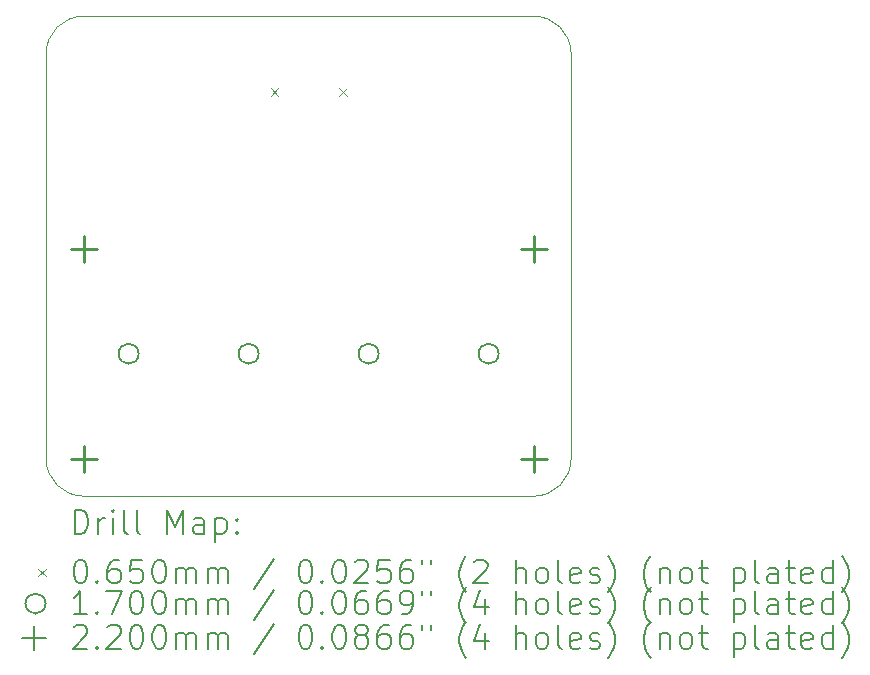
<source format=gbr>
%TF.GenerationSoftware,KiCad,Pcbnew,7.0.1*%
%TF.CreationDate,2023-05-12T00:48:10+01:00*%
%TF.ProjectId,MoonPad,4d6f6f6e-5061-4642-9e6b-696361645f70,rev?*%
%TF.SameCoordinates,Original*%
%TF.FileFunction,Drillmap*%
%TF.FilePolarity,Positive*%
%FSLAX45Y45*%
G04 Gerber Fmt 4.5, Leading zero omitted, Abs format (unit mm)*
G04 Created by KiCad (PCBNEW 7.0.1) date 2023-05-12 00:48:10*
%MOMM*%
%LPD*%
G01*
G04 APERTURE LIST*
%ADD10C,0.100000*%
%ADD11C,0.200000*%
%ADD12C,0.065000*%
%ADD13C,0.170000*%
%ADD14C,0.220000*%
G04 APERTURE END LIST*
D10*
X19685000Y-11747500D02*
G75*
G03*
X20002500Y-11430000I0J317500D01*
G01*
X15557500Y-8001000D02*
X15557500Y-11430000D01*
X15875000Y-11747500D02*
X19685000Y-11747500D01*
X15557500Y-11430000D02*
G75*
G03*
X15875000Y-11747500I317500J0D01*
G01*
X19685000Y-7683500D02*
X15875000Y-7683500D01*
X15875000Y-7683500D02*
G75*
G03*
X15557500Y-8001000I0J-317500D01*
G01*
X20002500Y-8001000D02*
G75*
G03*
X19685000Y-7683500I-317500J0D01*
G01*
X20002500Y-8001000D02*
X20002500Y-11430000D01*
D11*
D12*
X17458500Y-8292000D02*
X17523500Y-8357000D01*
X17523500Y-8292000D02*
X17458500Y-8357000D01*
X18036500Y-8292000D02*
X18101500Y-8357000D01*
X18101500Y-8292000D02*
X18036500Y-8357000D01*
D13*
X16341000Y-10541000D02*
G75*
G03*
X16341000Y-10541000I-85000J0D01*
G01*
X17357000Y-10541000D02*
G75*
G03*
X17357000Y-10541000I-85000J0D01*
G01*
X18373000Y-10541000D02*
G75*
G03*
X18373000Y-10541000I-85000J0D01*
G01*
X19389000Y-10541000D02*
G75*
G03*
X19389000Y-10541000I-85000J0D01*
G01*
D14*
X15875000Y-9542000D02*
X15875000Y-9762000D01*
X15765000Y-9652000D02*
X15985000Y-9652000D01*
X15875000Y-11320000D02*
X15875000Y-11540000D01*
X15765000Y-11430000D02*
X15985000Y-11430000D01*
X19685000Y-9542000D02*
X19685000Y-9762000D01*
X19575000Y-9652000D02*
X19795000Y-9652000D01*
X19685000Y-11320000D02*
X19685000Y-11540000D01*
X19575000Y-11430000D02*
X19795000Y-11430000D01*
D11*
X15800119Y-12065024D02*
X15800119Y-11865024D01*
X15800119Y-11865024D02*
X15847738Y-11865024D01*
X15847738Y-11865024D02*
X15876309Y-11874548D01*
X15876309Y-11874548D02*
X15895357Y-11893595D01*
X15895357Y-11893595D02*
X15904881Y-11912643D01*
X15904881Y-11912643D02*
X15914405Y-11950738D01*
X15914405Y-11950738D02*
X15914405Y-11979309D01*
X15914405Y-11979309D02*
X15904881Y-12017405D01*
X15904881Y-12017405D02*
X15895357Y-12036452D01*
X15895357Y-12036452D02*
X15876309Y-12055500D01*
X15876309Y-12055500D02*
X15847738Y-12065024D01*
X15847738Y-12065024D02*
X15800119Y-12065024D01*
X16000119Y-12065024D02*
X16000119Y-11931690D01*
X16000119Y-11969786D02*
X16009643Y-11950738D01*
X16009643Y-11950738D02*
X16019167Y-11941214D01*
X16019167Y-11941214D02*
X16038214Y-11931690D01*
X16038214Y-11931690D02*
X16057262Y-11931690D01*
X16123928Y-12065024D02*
X16123928Y-11931690D01*
X16123928Y-11865024D02*
X16114405Y-11874548D01*
X16114405Y-11874548D02*
X16123928Y-11884071D01*
X16123928Y-11884071D02*
X16133452Y-11874548D01*
X16133452Y-11874548D02*
X16123928Y-11865024D01*
X16123928Y-11865024D02*
X16123928Y-11884071D01*
X16247738Y-12065024D02*
X16228690Y-12055500D01*
X16228690Y-12055500D02*
X16219167Y-12036452D01*
X16219167Y-12036452D02*
X16219167Y-11865024D01*
X16352500Y-12065024D02*
X16333452Y-12055500D01*
X16333452Y-12055500D02*
X16323928Y-12036452D01*
X16323928Y-12036452D02*
X16323928Y-11865024D01*
X16581071Y-12065024D02*
X16581071Y-11865024D01*
X16581071Y-11865024D02*
X16647738Y-12007881D01*
X16647738Y-12007881D02*
X16714405Y-11865024D01*
X16714405Y-11865024D02*
X16714405Y-12065024D01*
X16895357Y-12065024D02*
X16895357Y-11960262D01*
X16895357Y-11960262D02*
X16885833Y-11941214D01*
X16885833Y-11941214D02*
X16866786Y-11931690D01*
X16866786Y-11931690D02*
X16828690Y-11931690D01*
X16828690Y-11931690D02*
X16809643Y-11941214D01*
X16895357Y-12055500D02*
X16876310Y-12065024D01*
X16876310Y-12065024D02*
X16828690Y-12065024D01*
X16828690Y-12065024D02*
X16809643Y-12055500D01*
X16809643Y-12055500D02*
X16800119Y-12036452D01*
X16800119Y-12036452D02*
X16800119Y-12017405D01*
X16800119Y-12017405D02*
X16809643Y-11998357D01*
X16809643Y-11998357D02*
X16828690Y-11988833D01*
X16828690Y-11988833D02*
X16876310Y-11988833D01*
X16876310Y-11988833D02*
X16895357Y-11979309D01*
X16990595Y-11931690D02*
X16990595Y-12131690D01*
X16990595Y-11941214D02*
X17009643Y-11931690D01*
X17009643Y-11931690D02*
X17047738Y-11931690D01*
X17047738Y-11931690D02*
X17066786Y-11941214D01*
X17066786Y-11941214D02*
X17076310Y-11950738D01*
X17076310Y-11950738D02*
X17085833Y-11969786D01*
X17085833Y-11969786D02*
X17085833Y-12026928D01*
X17085833Y-12026928D02*
X17076310Y-12045976D01*
X17076310Y-12045976D02*
X17066786Y-12055500D01*
X17066786Y-12055500D02*
X17047738Y-12065024D01*
X17047738Y-12065024D02*
X17009643Y-12065024D01*
X17009643Y-12065024D02*
X16990595Y-12055500D01*
X17171548Y-12045976D02*
X17181071Y-12055500D01*
X17181071Y-12055500D02*
X17171548Y-12065024D01*
X17171548Y-12065024D02*
X17162024Y-12055500D01*
X17162024Y-12055500D02*
X17171548Y-12045976D01*
X17171548Y-12045976D02*
X17171548Y-12065024D01*
X17171548Y-11941214D02*
X17181071Y-11950738D01*
X17181071Y-11950738D02*
X17171548Y-11960262D01*
X17171548Y-11960262D02*
X17162024Y-11950738D01*
X17162024Y-11950738D02*
X17171548Y-11941214D01*
X17171548Y-11941214D02*
X17171548Y-11960262D01*
D12*
X15487500Y-12360000D02*
X15552500Y-12425000D01*
X15552500Y-12360000D02*
X15487500Y-12425000D01*
D11*
X15838214Y-12285024D02*
X15857262Y-12285024D01*
X15857262Y-12285024D02*
X15876309Y-12294548D01*
X15876309Y-12294548D02*
X15885833Y-12304071D01*
X15885833Y-12304071D02*
X15895357Y-12323119D01*
X15895357Y-12323119D02*
X15904881Y-12361214D01*
X15904881Y-12361214D02*
X15904881Y-12408833D01*
X15904881Y-12408833D02*
X15895357Y-12446928D01*
X15895357Y-12446928D02*
X15885833Y-12465976D01*
X15885833Y-12465976D02*
X15876309Y-12475500D01*
X15876309Y-12475500D02*
X15857262Y-12485024D01*
X15857262Y-12485024D02*
X15838214Y-12485024D01*
X15838214Y-12485024D02*
X15819167Y-12475500D01*
X15819167Y-12475500D02*
X15809643Y-12465976D01*
X15809643Y-12465976D02*
X15800119Y-12446928D01*
X15800119Y-12446928D02*
X15790595Y-12408833D01*
X15790595Y-12408833D02*
X15790595Y-12361214D01*
X15790595Y-12361214D02*
X15800119Y-12323119D01*
X15800119Y-12323119D02*
X15809643Y-12304071D01*
X15809643Y-12304071D02*
X15819167Y-12294548D01*
X15819167Y-12294548D02*
X15838214Y-12285024D01*
X15990595Y-12465976D02*
X16000119Y-12475500D01*
X16000119Y-12475500D02*
X15990595Y-12485024D01*
X15990595Y-12485024D02*
X15981071Y-12475500D01*
X15981071Y-12475500D02*
X15990595Y-12465976D01*
X15990595Y-12465976D02*
X15990595Y-12485024D01*
X16171548Y-12285024D02*
X16133452Y-12285024D01*
X16133452Y-12285024D02*
X16114405Y-12294548D01*
X16114405Y-12294548D02*
X16104881Y-12304071D01*
X16104881Y-12304071D02*
X16085833Y-12332643D01*
X16085833Y-12332643D02*
X16076309Y-12370738D01*
X16076309Y-12370738D02*
X16076309Y-12446928D01*
X16076309Y-12446928D02*
X16085833Y-12465976D01*
X16085833Y-12465976D02*
X16095357Y-12475500D01*
X16095357Y-12475500D02*
X16114405Y-12485024D01*
X16114405Y-12485024D02*
X16152500Y-12485024D01*
X16152500Y-12485024D02*
X16171548Y-12475500D01*
X16171548Y-12475500D02*
X16181071Y-12465976D01*
X16181071Y-12465976D02*
X16190595Y-12446928D01*
X16190595Y-12446928D02*
X16190595Y-12399309D01*
X16190595Y-12399309D02*
X16181071Y-12380262D01*
X16181071Y-12380262D02*
X16171548Y-12370738D01*
X16171548Y-12370738D02*
X16152500Y-12361214D01*
X16152500Y-12361214D02*
X16114405Y-12361214D01*
X16114405Y-12361214D02*
X16095357Y-12370738D01*
X16095357Y-12370738D02*
X16085833Y-12380262D01*
X16085833Y-12380262D02*
X16076309Y-12399309D01*
X16371548Y-12285024D02*
X16276309Y-12285024D01*
X16276309Y-12285024D02*
X16266786Y-12380262D01*
X16266786Y-12380262D02*
X16276309Y-12370738D01*
X16276309Y-12370738D02*
X16295357Y-12361214D01*
X16295357Y-12361214D02*
X16342976Y-12361214D01*
X16342976Y-12361214D02*
X16362024Y-12370738D01*
X16362024Y-12370738D02*
X16371548Y-12380262D01*
X16371548Y-12380262D02*
X16381071Y-12399309D01*
X16381071Y-12399309D02*
X16381071Y-12446928D01*
X16381071Y-12446928D02*
X16371548Y-12465976D01*
X16371548Y-12465976D02*
X16362024Y-12475500D01*
X16362024Y-12475500D02*
X16342976Y-12485024D01*
X16342976Y-12485024D02*
X16295357Y-12485024D01*
X16295357Y-12485024D02*
X16276309Y-12475500D01*
X16276309Y-12475500D02*
X16266786Y-12465976D01*
X16504881Y-12285024D02*
X16523929Y-12285024D01*
X16523929Y-12285024D02*
X16542976Y-12294548D01*
X16542976Y-12294548D02*
X16552500Y-12304071D01*
X16552500Y-12304071D02*
X16562024Y-12323119D01*
X16562024Y-12323119D02*
X16571548Y-12361214D01*
X16571548Y-12361214D02*
X16571548Y-12408833D01*
X16571548Y-12408833D02*
X16562024Y-12446928D01*
X16562024Y-12446928D02*
X16552500Y-12465976D01*
X16552500Y-12465976D02*
X16542976Y-12475500D01*
X16542976Y-12475500D02*
X16523929Y-12485024D01*
X16523929Y-12485024D02*
X16504881Y-12485024D01*
X16504881Y-12485024D02*
X16485833Y-12475500D01*
X16485833Y-12475500D02*
X16476309Y-12465976D01*
X16476309Y-12465976D02*
X16466786Y-12446928D01*
X16466786Y-12446928D02*
X16457262Y-12408833D01*
X16457262Y-12408833D02*
X16457262Y-12361214D01*
X16457262Y-12361214D02*
X16466786Y-12323119D01*
X16466786Y-12323119D02*
X16476309Y-12304071D01*
X16476309Y-12304071D02*
X16485833Y-12294548D01*
X16485833Y-12294548D02*
X16504881Y-12285024D01*
X16657262Y-12485024D02*
X16657262Y-12351690D01*
X16657262Y-12370738D02*
X16666786Y-12361214D01*
X16666786Y-12361214D02*
X16685833Y-12351690D01*
X16685833Y-12351690D02*
X16714405Y-12351690D01*
X16714405Y-12351690D02*
X16733452Y-12361214D01*
X16733452Y-12361214D02*
X16742976Y-12380262D01*
X16742976Y-12380262D02*
X16742976Y-12485024D01*
X16742976Y-12380262D02*
X16752500Y-12361214D01*
X16752500Y-12361214D02*
X16771548Y-12351690D01*
X16771548Y-12351690D02*
X16800119Y-12351690D01*
X16800119Y-12351690D02*
X16819167Y-12361214D01*
X16819167Y-12361214D02*
X16828691Y-12380262D01*
X16828691Y-12380262D02*
X16828691Y-12485024D01*
X16923929Y-12485024D02*
X16923929Y-12351690D01*
X16923929Y-12370738D02*
X16933452Y-12361214D01*
X16933452Y-12361214D02*
X16952500Y-12351690D01*
X16952500Y-12351690D02*
X16981072Y-12351690D01*
X16981072Y-12351690D02*
X17000119Y-12361214D01*
X17000119Y-12361214D02*
X17009643Y-12380262D01*
X17009643Y-12380262D02*
X17009643Y-12485024D01*
X17009643Y-12380262D02*
X17019167Y-12361214D01*
X17019167Y-12361214D02*
X17038214Y-12351690D01*
X17038214Y-12351690D02*
X17066786Y-12351690D01*
X17066786Y-12351690D02*
X17085833Y-12361214D01*
X17085833Y-12361214D02*
X17095357Y-12380262D01*
X17095357Y-12380262D02*
X17095357Y-12485024D01*
X17485833Y-12275500D02*
X17314405Y-12532643D01*
X17742976Y-12285024D02*
X17762024Y-12285024D01*
X17762024Y-12285024D02*
X17781072Y-12294548D01*
X17781072Y-12294548D02*
X17790595Y-12304071D01*
X17790595Y-12304071D02*
X17800119Y-12323119D01*
X17800119Y-12323119D02*
X17809643Y-12361214D01*
X17809643Y-12361214D02*
X17809643Y-12408833D01*
X17809643Y-12408833D02*
X17800119Y-12446928D01*
X17800119Y-12446928D02*
X17790595Y-12465976D01*
X17790595Y-12465976D02*
X17781072Y-12475500D01*
X17781072Y-12475500D02*
X17762024Y-12485024D01*
X17762024Y-12485024D02*
X17742976Y-12485024D01*
X17742976Y-12485024D02*
X17723929Y-12475500D01*
X17723929Y-12475500D02*
X17714405Y-12465976D01*
X17714405Y-12465976D02*
X17704881Y-12446928D01*
X17704881Y-12446928D02*
X17695357Y-12408833D01*
X17695357Y-12408833D02*
X17695357Y-12361214D01*
X17695357Y-12361214D02*
X17704881Y-12323119D01*
X17704881Y-12323119D02*
X17714405Y-12304071D01*
X17714405Y-12304071D02*
X17723929Y-12294548D01*
X17723929Y-12294548D02*
X17742976Y-12285024D01*
X17895357Y-12465976D02*
X17904881Y-12475500D01*
X17904881Y-12475500D02*
X17895357Y-12485024D01*
X17895357Y-12485024D02*
X17885834Y-12475500D01*
X17885834Y-12475500D02*
X17895357Y-12465976D01*
X17895357Y-12465976D02*
X17895357Y-12485024D01*
X18028691Y-12285024D02*
X18047738Y-12285024D01*
X18047738Y-12285024D02*
X18066786Y-12294548D01*
X18066786Y-12294548D02*
X18076310Y-12304071D01*
X18076310Y-12304071D02*
X18085834Y-12323119D01*
X18085834Y-12323119D02*
X18095357Y-12361214D01*
X18095357Y-12361214D02*
X18095357Y-12408833D01*
X18095357Y-12408833D02*
X18085834Y-12446928D01*
X18085834Y-12446928D02*
X18076310Y-12465976D01*
X18076310Y-12465976D02*
X18066786Y-12475500D01*
X18066786Y-12475500D02*
X18047738Y-12485024D01*
X18047738Y-12485024D02*
X18028691Y-12485024D01*
X18028691Y-12485024D02*
X18009643Y-12475500D01*
X18009643Y-12475500D02*
X18000119Y-12465976D01*
X18000119Y-12465976D02*
X17990595Y-12446928D01*
X17990595Y-12446928D02*
X17981072Y-12408833D01*
X17981072Y-12408833D02*
X17981072Y-12361214D01*
X17981072Y-12361214D02*
X17990595Y-12323119D01*
X17990595Y-12323119D02*
X18000119Y-12304071D01*
X18000119Y-12304071D02*
X18009643Y-12294548D01*
X18009643Y-12294548D02*
X18028691Y-12285024D01*
X18171548Y-12304071D02*
X18181072Y-12294548D01*
X18181072Y-12294548D02*
X18200119Y-12285024D01*
X18200119Y-12285024D02*
X18247738Y-12285024D01*
X18247738Y-12285024D02*
X18266786Y-12294548D01*
X18266786Y-12294548D02*
X18276310Y-12304071D01*
X18276310Y-12304071D02*
X18285834Y-12323119D01*
X18285834Y-12323119D02*
X18285834Y-12342167D01*
X18285834Y-12342167D02*
X18276310Y-12370738D01*
X18276310Y-12370738D02*
X18162024Y-12485024D01*
X18162024Y-12485024D02*
X18285834Y-12485024D01*
X18466786Y-12285024D02*
X18371548Y-12285024D01*
X18371548Y-12285024D02*
X18362024Y-12380262D01*
X18362024Y-12380262D02*
X18371548Y-12370738D01*
X18371548Y-12370738D02*
X18390595Y-12361214D01*
X18390595Y-12361214D02*
X18438215Y-12361214D01*
X18438215Y-12361214D02*
X18457262Y-12370738D01*
X18457262Y-12370738D02*
X18466786Y-12380262D01*
X18466786Y-12380262D02*
X18476310Y-12399309D01*
X18476310Y-12399309D02*
X18476310Y-12446928D01*
X18476310Y-12446928D02*
X18466786Y-12465976D01*
X18466786Y-12465976D02*
X18457262Y-12475500D01*
X18457262Y-12475500D02*
X18438215Y-12485024D01*
X18438215Y-12485024D02*
X18390595Y-12485024D01*
X18390595Y-12485024D02*
X18371548Y-12475500D01*
X18371548Y-12475500D02*
X18362024Y-12465976D01*
X18647738Y-12285024D02*
X18609643Y-12285024D01*
X18609643Y-12285024D02*
X18590595Y-12294548D01*
X18590595Y-12294548D02*
X18581072Y-12304071D01*
X18581072Y-12304071D02*
X18562024Y-12332643D01*
X18562024Y-12332643D02*
X18552500Y-12370738D01*
X18552500Y-12370738D02*
X18552500Y-12446928D01*
X18552500Y-12446928D02*
X18562024Y-12465976D01*
X18562024Y-12465976D02*
X18571548Y-12475500D01*
X18571548Y-12475500D02*
X18590595Y-12485024D01*
X18590595Y-12485024D02*
X18628691Y-12485024D01*
X18628691Y-12485024D02*
X18647738Y-12475500D01*
X18647738Y-12475500D02*
X18657262Y-12465976D01*
X18657262Y-12465976D02*
X18666786Y-12446928D01*
X18666786Y-12446928D02*
X18666786Y-12399309D01*
X18666786Y-12399309D02*
X18657262Y-12380262D01*
X18657262Y-12380262D02*
X18647738Y-12370738D01*
X18647738Y-12370738D02*
X18628691Y-12361214D01*
X18628691Y-12361214D02*
X18590595Y-12361214D01*
X18590595Y-12361214D02*
X18571548Y-12370738D01*
X18571548Y-12370738D02*
X18562024Y-12380262D01*
X18562024Y-12380262D02*
X18552500Y-12399309D01*
X18742976Y-12285024D02*
X18742976Y-12323119D01*
X18819167Y-12285024D02*
X18819167Y-12323119D01*
X19114405Y-12561214D02*
X19104881Y-12551690D01*
X19104881Y-12551690D02*
X19085834Y-12523119D01*
X19085834Y-12523119D02*
X19076310Y-12504071D01*
X19076310Y-12504071D02*
X19066786Y-12475500D01*
X19066786Y-12475500D02*
X19057262Y-12427881D01*
X19057262Y-12427881D02*
X19057262Y-12389786D01*
X19057262Y-12389786D02*
X19066786Y-12342167D01*
X19066786Y-12342167D02*
X19076310Y-12313595D01*
X19076310Y-12313595D02*
X19085834Y-12294548D01*
X19085834Y-12294548D02*
X19104881Y-12265976D01*
X19104881Y-12265976D02*
X19114405Y-12256452D01*
X19181072Y-12304071D02*
X19190596Y-12294548D01*
X19190596Y-12294548D02*
X19209643Y-12285024D01*
X19209643Y-12285024D02*
X19257262Y-12285024D01*
X19257262Y-12285024D02*
X19276310Y-12294548D01*
X19276310Y-12294548D02*
X19285834Y-12304071D01*
X19285834Y-12304071D02*
X19295357Y-12323119D01*
X19295357Y-12323119D02*
X19295357Y-12342167D01*
X19295357Y-12342167D02*
X19285834Y-12370738D01*
X19285834Y-12370738D02*
X19171548Y-12485024D01*
X19171548Y-12485024D02*
X19295357Y-12485024D01*
X19533453Y-12485024D02*
X19533453Y-12285024D01*
X19619167Y-12485024D02*
X19619167Y-12380262D01*
X19619167Y-12380262D02*
X19609643Y-12361214D01*
X19609643Y-12361214D02*
X19590596Y-12351690D01*
X19590596Y-12351690D02*
X19562024Y-12351690D01*
X19562024Y-12351690D02*
X19542977Y-12361214D01*
X19542977Y-12361214D02*
X19533453Y-12370738D01*
X19742977Y-12485024D02*
X19723929Y-12475500D01*
X19723929Y-12475500D02*
X19714405Y-12465976D01*
X19714405Y-12465976D02*
X19704881Y-12446928D01*
X19704881Y-12446928D02*
X19704881Y-12389786D01*
X19704881Y-12389786D02*
X19714405Y-12370738D01*
X19714405Y-12370738D02*
X19723929Y-12361214D01*
X19723929Y-12361214D02*
X19742977Y-12351690D01*
X19742977Y-12351690D02*
X19771548Y-12351690D01*
X19771548Y-12351690D02*
X19790596Y-12361214D01*
X19790596Y-12361214D02*
X19800119Y-12370738D01*
X19800119Y-12370738D02*
X19809643Y-12389786D01*
X19809643Y-12389786D02*
X19809643Y-12446928D01*
X19809643Y-12446928D02*
X19800119Y-12465976D01*
X19800119Y-12465976D02*
X19790596Y-12475500D01*
X19790596Y-12475500D02*
X19771548Y-12485024D01*
X19771548Y-12485024D02*
X19742977Y-12485024D01*
X19923929Y-12485024D02*
X19904881Y-12475500D01*
X19904881Y-12475500D02*
X19895358Y-12456452D01*
X19895358Y-12456452D02*
X19895358Y-12285024D01*
X20076310Y-12475500D02*
X20057262Y-12485024D01*
X20057262Y-12485024D02*
X20019167Y-12485024D01*
X20019167Y-12485024D02*
X20000119Y-12475500D01*
X20000119Y-12475500D02*
X19990596Y-12456452D01*
X19990596Y-12456452D02*
X19990596Y-12380262D01*
X19990596Y-12380262D02*
X20000119Y-12361214D01*
X20000119Y-12361214D02*
X20019167Y-12351690D01*
X20019167Y-12351690D02*
X20057262Y-12351690D01*
X20057262Y-12351690D02*
X20076310Y-12361214D01*
X20076310Y-12361214D02*
X20085834Y-12380262D01*
X20085834Y-12380262D02*
X20085834Y-12399309D01*
X20085834Y-12399309D02*
X19990596Y-12418357D01*
X20162024Y-12475500D02*
X20181072Y-12485024D01*
X20181072Y-12485024D02*
X20219167Y-12485024D01*
X20219167Y-12485024D02*
X20238215Y-12475500D01*
X20238215Y-12475500D02*
X20247739Y-12456452D01*
X20247739Y-12456452D02*
X20247739Y-12446928D01*
X20247739Y-12446928D02*
X20238215Y-12427881D01*
X20238215Y-12427881D02*
X20219167Y-12418357D01*
X20219167Y-12418357D02*
X20190596Y-12418357D01*
X20190596Y-12418357D02*
X20171548Y-12408833D01*
X20171548Y-12408833D02*
X20162024Y-12389786D01*
X20162024Y-12389786D02*
X20162024Y-12380262D01*
X20162024Y-12380262D02*
X20171548Y-12361214D01*
X20171548Y-12361214D02*
X20190596Y-12351690D01*
X20190596Y-12351690D02*
X20219167Y-12351690D01*
X20219167Y-12351690D02*
X20238215Y-12361214D01*
X20314405Y-12561214D02*
X20323929Y-12551690D01*
X20323929Y-12551690D02*
X20342977Y-12523119D01*
X20342977Y-12523119D02*
X20352500Y-12504071D01*
X20352500Y-12504071D02*
X20362024Y-12475500D01*
X20362024Y-12475500D02*
X20371548Y-12427881D01*
X20371548Y-12427881D02*
X20371548Y-12389786D01*
X20371548Y-12389786D02*
X20362024Y-12342167D01*
X20362024Y-12342167D02*
X20352500Y-12313595D01*
X20352500Y-12313595D02*
X20342977Y-12294548D01*
X20342977Y-12294548D02*
X20323929Y-12265976D01*
X20323929Y-12265976D02*
X20314405Y-12256452D01*
X20676310Y-12561214D02*
X20666786Y-12551690D01*
X20666786Y-12551690D02*
X20647739Y-12523119D01*
X20647739Y-12523119D02*
X20638215Y-12504071D01*
X20638215Y-12504071D02*
X20628691Y-12475500D01*
X20628691Y-12475500D02*
X20619167Y-12427881D01*
X20619167Y-12427881D02*
X20619167Y-12389786D01*
X20619167Y-12389786D02*
X20628691Y-12342167D01*
X20628691Y-12342167D02*
X20638215Y-12313595D01*
X20638215Y-12313595D02*
X20647739Y-12294548D01*
X20647739Y-12294548D02*
X20666786Y-12265976D01*
X20666786Y-12265976D02*
X20676310Y-12256452D01*
X20752500Y-12351690D02*
X20752500Y-12485024D01*
X20752500Y-12370738D02*
X20762024Y-12361214D01*
X20762024Y-12361214D02*
X20781072Y-12351690D01*
X20781072Y-12351690D02*
X20809643Y-12351690D01*
X20809643Y-12351690D02*
X20828691Y-12361214D01*
X20828691Y-12361214D02*
X20838215Y-12380262D01*
X20838215Y-12380262D02*
X20838215Y-12485024D01*
X20962024Y-12485024D02*
X20942977Y-12475500D01*
X20942977Y-12475500D02*
X20933453Y-12465976D01*
X20933453Y-12465976D02*
X20923929Y-12446928D01*
X20923929Y-12446928D02*
X20923929Y-12389786D01*
X20923929Y-12389786D02*
X20933453Y-12370738D01*
X20933453Y-12370738D02*
X20942977Y-12361214D01*
X20942977Y-12361214D02*
X20962024Y-12351690D01*
X20962024Y-12351690D02*
X20990596Y-12351690D01*
X20990596Y-12351690D02*
X21009643Y-12361214D01*
X21009643Y-12361214D02*
X21019167Y-12370738D01*
X21019167Y-12370738D02*
X21028691Y-12389786D01*
X21028691Y-12389786D02*
X21028691Y-12446928D01*
X21028691Y-12446928D02*
X21019167Y-12465976D01*
X21019167Y-12465976D02*
X21009643Y-12475500D01*
X21009643Y-12475500D02*
X20990596Y-12485024D01*
X20990596Y-12485024D02*
X20962024Y-12485024D01*
X21085834Y-12351690D02*
X21162024Y-12351690D01*
X21114405Y-12285024D02*
X21114405Y-12456452D01*
X21114405Y-12456452D02*
X21123929Y-12475500D01*
X21123929Y-12475500D02*
X21142977Y-12485024D01*
X21142977Y-12485024D02*
X21162024Y-12485024D01*
X21381072Y-12351690D02*
X21381072Y-12551690D01*
X21381072Y-12361214D02*
X21400120Y-12351690D01*
X21400120Y-12351690D02*
X21438215Y-12351690D01*
X21438215Y-12351690D02*
X21457262Y-12361214D01*
X21457262Y-12361214D02*
X21466786Y-12370738D01*
X21466786Y-12370738D02*
X21476310Y-12389786D01*
X21476310Y-12389786D02*
X21476310Y-12446928D01*
X21476310Y-12446928D02*
X21466786Y-12465976D01*
X21466786Y-12465976D02*
X21457262Y-12475500D01*
X21457262Y-12475500D02*
X21438215Y-12485024D01*
X21438215Y-12485024D02*
X21400120Y-12485024D01*
X21400120Y-12485024D02*
X21381072Y-12475500D01*
X21590596Y-12485024D02*
X21571548Y-12475500D01*
X21571548Y-12475500D02*
X21562024Y-12456452D01*
X21562024Y-12456452D02*
X21562024Y-12285024D01*
X21752501Y-12485024D02*
X21752501Y-12380262D01*
X21752501Y-12380262D02*
X21742977Y-12361214D01*
X21742977Y-12361214D02*
X21723929Y-12351690D01*
X21723929Y-12351690D02*
X21685834Y-12351690D01*
X21685834Y-12351690D02*
X21666786Y-12361214D01*
X21752501Y-12475500D02*
X21733453Y-12485024D01*
X21733453Y-12485024D02*
X21685834Y-12485024D01*
X21685834Y-12485024D02*
X21666786Y-12475500D01*
X21666786Y-12475500D02*
X21657262Y-12456452D01*
X21657262Y-12456452D02*
X21657262Y-12437405D01*
X21657262Y-12437405D02*
X21666786Y-12418357D01*
X21666786Y-12418357D02*
X21685834Y-12408833D01*
X21685834Y-12408833D02*
X21733453Y-12408833D01*
X21733453Y-12408833D02*
X21752501Y-12399309D01*
X21819167Y-12351690D02*
X21895358Y-12351690D01*
X21847739Y-12285024D02*
X21847739Y-12456452D01*
X21847739Y-12456452D02*
X21857262Y-12475500D01*
X21857262Y-12475500D02*
X21876310Y-12485024D01*
X21876310Y-12485024D02*
X21895358Y-12485024D01*
X22038215Y-12475500D02*
X22019167Y-12485024D01*
X22019167Y-12485024D02*
X21981072Y-12485024D01*
X21981072Y-12485024D02*
X21962024Y-12475500D01*
X21962024Y-12475500D02*
X21952501Y-12456452D01*
X21952501Y-12456452D02*
X21952501Y-12380262D01*
X21952501Y-12380262D02*
X21962024Y-12361214D01*
X21962024Y-12361214D02*
X21981072Y-12351690D01*
X21981072Y-12351690D02*
X22019167Y-12351690D01*
X22019167Y-12351690D02*
X22038215Y-12361214D01*
X22038215Y-12361214D02*
X22047739Y-12380262D01*
X22047739Y-12380262D02*
X22047739Y-12399309D01*
X22047739Y-12399309D02*
X21952501Y-12418357D01*
X22219167Y-12485024D02*
X22219167Y-12285024D01*
X22219167Y-12475500D02*
X22200120Y-12485024D01*
X22200120Y-12485024D02*
X22162024Y-12485024D01*
X22162024Y-12485024D02*
X22142977Y-12475500D01*
X22142977Y-12475500D02*
X22133453Y-12465976D01*
X22133453Y-12465976D02*
X22123929Y-12446928D01*
X22123929Y-12446928D02*
X22123929Y-12389786D01*
X22123929Y-12389786D02*
X22133453Y-12370738D01*
X22133453Y-12370738D02*
X22142977Y-12361214D01*
X22142977Y-12361214D02*
X22162024Y-12351690D01*
X22162024Y-12351690D02*
X22200120Y-12351690D01*
X22200120Y-12351690D02*
X22219167Y-12361214D01*
X22295358Y-12561214D02*
X22304882Y-12551690D01*
X22304882Y-12551690D02*
X22323929Y-12523119D01*
X22323929Y-12523119D02*
X22333453Y-12504071D01*
X22333453Y-12504071D02*
X22342977Y-12475500D01*
X22342977Y-12475500D02*
X22352501Y-12427881D01*
X22352501Y-12427881D02*
X22352501Y-12389786D01*
X22352501Y-12389786D02*
X22342977Y-12342167D01*
X22342977Y-12342167D02*
X22333453Y-12313595D01*
X22333453Y-12313595D02*
X22323929Y-12294548D01*
X22323929Y-12294548D02*
X22304882Y-12265976D01*
X22304882Y-12265976D02*
X22295358Y-12256452D01*
D13*
X15552500Y-12656500D02*
G75*
G03*
X15552500Y-12656500I-85000J0D01*
G01*
D11*
X15904881Y-12749024D02*
X15790595Y-12749024D01*
X15847738Y-12749024D02*
X15847738Y-12549024D01*
X15847738Y-12549024D02*
X15828690Y-12577595D01*
X15828690Y-12577595D02*
X15809643Y-12596643D01*
X15809643Y-12596643D02*
X15790595Y-12606167D01*
X15990595Y-12729976D02*
X16000119Y-12739500D01*
X16000119Y-12739500D02*
X15990595Y-12749024D01*
X15990595Y-12749024D02*
X15981071Y-12739500D01*
X15981071Y-12739500D02*
X15990595Y-12729976D01*
X15990595Y-12729976D02*
X15990595Y-12749024D01*
X16066786Y-12549024D02*
X16200119Y-12549024D01*
X16200119Y-12549024D02*
X16114405Y-12749024D01*
X16314405Y-12549024D02*
X16333452Y-12549024D01*
X16333452Y-12549024D02*
X16352500Y-12558548D01*
X16352500Y-12558548D02*
X16362024Y-12568071D01*
X16362024Y-12568071D02*
X16371548Y-12587119D01*
X16371548Y-12587119D02*
X16381071Y-12625214D01*
X16381071Y-12625214D02*
X16381071Y-12672833D01*
X16381071Y-12672833D02*
X16371548Y-12710928D01*
X16371548Y-12710928D02*
X16362024Y-12729976D01*
X16362024Y-12729976D02*
X16352500Y-12739500D01*
X16352500Y-12739500D02*
X16333452Y-12749024D01*
X16333452Y-12749024D02*
X16314405Y-12749024D01*
X16314405Y-12749024D02*
X16295357Y-12739500D01*
X16295357Y-12739500D02*
X16285833Y-12729976D01*
X16285833Y-12729976D02*
X16276309Y-12710928D01*
X16276309Y-12710928D02*
X16266786Y-12672833D01*
X16266786Y-12672833D02*
X16266786Y-12625214D01*
X16266786Y-12625214D02*
X16276309Y-12587119D01*
X16276309Y-12587119D02*
X16285833Y-12568071D01*
X16285833Y-12568071D02*
X16295357Y-12558548D01*
X16295357Y-12558548D02*
X16314405Y-12549024D01*
X16504881Y-12549024D02*
X16523929Y-12549024D01*
X16523929Y-12549024D02*
X16542976Y-12558548D01*
X16542976Y-12558548D02*
X16552500Y-12568071D01*
X16552500Y-12568071D02*
X16562024Y-12587119D01*
X16562024Y-12587119D02*
X16571548Y-12625214D01*
X16571548Y-12625214D02*
X16571548Y-12672833D01*
X16571548Y-12672833D02*
X16562024Y-12710928D01*
X16562024Y-12710928D02*
X16552500Y-12729976D01*
X16552500Y-12729976D02*
X16542976Y-12739500D01*
X16542976Y-12739500D02*
X16523929Y-12749024D01*
X16523929Y-12749024D02*
X16504881Y-12749024D01*
X16504881Y-12749024D02*
X16485833Y-12739500D01*
X16485833Y-12739500D02*
X16476309Y-12729976D01*
X16476309Y-12729976D02*
X16466786Y-12710928D01*
X16466786Y-12710928D02*
X16457262Y-12672833D01*
X16457262Y-12672833D02*
X16457262Y-12625214D01*
X16457262Y-12625214D02*
X16466786Y-12587119D01*
X16466786Y-12587119D02*
X16476309Y-12568071D01*
X16476309Y-12568071D02*
X16485833Y-12558548D01*
X16485833Y-12558548D02*
X16504881Y-12549024D01*
X16657262Y-12749024D02*
X16657262Y-12615690D01*
X16657262Y-12634738D02*
X16666786Y-12625214D01*
X16666786Y-12625214D02*
X16685833Y-12615690D01*
X16685833Y-12615690D02*
X16714405Y-12615690D01*
X16714405Y-12615690D02*
X16733452Y-12625214D01*
X16733452Y-12625214D02*
X16742976Y-12644262D01*
X16742976Y-12644262D02*
X16742976Y-12749024D01*
X16742976Y-12644262D02*
X16752500Y-12625214D01*
X16752500Y-12625214D02*
X16771548Y-12615690D01*
X16771548Y-12615690D02*
X16800119Y-12615690D01*
X16800119Y-12615690D02*
X16819167Y-12625214D01*
X16819167Y-12625214D02*
X16828691Y-12644262D01*
X16828691Y-12644262D02*
X16828691Y-12749024D01*
X16923929Y-12749024D02*
X16923929Y-12615690D01*
X16923929Y-12634738D02*
X16933452Y-12625214D01*
X16933452Y-12625214D02*
X16952500Y-12615690D01*
X16952500Y-12615690D02*
X16981072Y-12615690D01*
X16981072Y-12615690D02*
X17000119Y-12625214D01*
X17000119Y-12625214D02*
X17009643Y-12644262D01*
X17009643Y-12644262D02*
X17009643Y-12749024D01*
X17009643Y-12644262D02*
X17019167Y-12625214D01*
X17019167Y-12625214D02*
X17038214Y-12615690D01*
X17038214Y-12615690D02*
X17066786Y-12615690D01*
X17066786Y-12615690D02*
X17085833Y-12625214D01*
X17085833Y-12625214D02*
X17095357Y-12644262D01*
X17095357Y-12644262D02*
X17095357Y-12749024D01*
X17485833Y-12539500D02*
X17314405Y-12796643D01*
X17742976Y-12549024D02*
X17762024Y-12549024D01*
X17762024Y-12549024D02*
X17781072Y-12558548D01*
X17781072Y-12558548D02*
X17790595Y-12568071D01*
X17790595Y-12568071D02*
X17800119Y-12587119D01*
X17800119Y-12587119D02*
X17809643Y-12625214D01*
X17809643Y-12625214D02*
X17809643Y-12672833D01*
X17809643Y-12672833D02*
X17800119Y-12710928D01*
X17800119Y-12710928D02*
X17790595Y-12729976D01*
X17790595Y-12729976D02*
X17781072Y-12739500D01*
X17781072Y-12739500D02*
X17762024Y-12749024D01*
X17762024Y-12749024D02*
X17742976Y-12749024D01*
X17742976Y-12749024D02*
X17723929Y-12739500D01*
X17723929Y-12739500D02*
X17714405Y-12729976D01*
X17714405Y-12729976D02*
X17704881Y-12710928D01*
X17704881Y-12710928D02*
X17695357Y-12672833D01*
X17695357Y-12672833D02*
X17695357Y-12625214D01*
X17695357Y-12625214D02*
X17704881Y-12587119D01*
X17704881Y-12587119D02*
X17714405Y-12568071D01*
X17714405Y-12568071D02*
X17723929Y-12558548D01*
X17723929Y-12558548D02*
X17742976Y-12549024D01*
X17895357Y-12729976D02*
X17904881Y-12739500D01*
X17904881Y-12739500D02*
X17895357Y-12749024D01*
X17895357Y-12749024D02*
X17885834Y-12739500D01*
X17885834Y-12739500D02*
X17895357Y-12729976D01*
X17895357Y-12729976D02*
X17895357Y-12749024D01*
X18028691Y-12549024D02*
X18047738Y-12549024D01*
X18047738Y-12549024D02*
X18066786Y-12558548D01*
X18066786Y-12558548D02*
X18076310Y-12568071D01*
X18076310Y-12568071D02*
X18085834Y-12587119D01*
X18085834Y-12587119D02*
X18095357Y-12625214D01*
X18095357Y-12625214D02*
X18095357Y-12672833D01*
X18095357Y-12672833D02*
X18085834Y-12710928D01*
X18085834Y-12710928D02*
X18076310Y-12729976D01*
X18076310Y-12729976D02*
X18066786Y-12739500D01*
X18066786Y-12739500D02*
X18047738Y-12749024D01*
X18047738Y-12749024D02*
X18028691Y-12749024D01*
X18028691Y-12749024D02*
X18009643Y-12739500D01*
X18009643Y-12739500D02*
X18000119Y-12729976D01*
X18000119Y-12729976D02*
X17990595Y-12710928D01*
X17990595Y-12710928D02*
X17981072Y-12672833D01*
X17981072Y-12672833D02*
X17981072Y-12625214D01*
X17981072Y-12625214D02*
X17990595Y-12587119D01*
X17990595Y-12587119D02*
X18000119Y-12568071D01*
X18000119Y-12568071D02*
X18009643Y-12558548D01*
X18009643Y-12558548D02*
X18028691Y-12549024D01*
X18266786Y-12549024D02*
X18228691Y-12549024D01*
X18228691Y-12549024D02*
X18209643Y-12558548D01*
X18209643Y-12558548D02*
X18200119Y-12568071D01*
X18200119Y-12568071D02*
X18181072Y-12596643D01*
X18181072Y-12596643D02*
X18171548Y-12634738D01*
X18171548Y-12634738D02*
X18171548Y-12710928D01*
X18171548Y-12710928D02*
X18181072Y-12729976D01*
X18181072Y-12729976D02*
X18190595Y-12739500D01*
X18190595Y-12739500D02*
X18209643Y-12749024D01*
X18209643Y-12749024D02*
X18247738Y-12749024D01*
X18247738Y-12749024D02*
X18266786Y-12739500D01*
X18266786Y-12739500D02*
X18276310Y-12729976D01*
X18276310Y-12729976D02*
X18285834Y-12710928D01*
X18285834Y-12710928D02*
X18285834Y-12663309D01*
X18285834Y-12663309D02*
X18276310Y-12644262D01*
X18276310Y-12644262D02*
X18266786Y-12634738D01*
X18266786Y-12634738D02*
X18247738Y-12625214D01*
X18247738Y-12625214D02*
X18209643Y-12625214D01*
X18209643Y-12625214D02*
X18190595Y-12634738D01*
X18190595Y-12634738D02*
X18181072Y-12644262D01*
X18181072Y-12644262D02*
X18171548Y-12663309D01*
X18457262Y-12549024D02*
X18419167Y-12549024D01*
X18419167Y-12549024D02*
X18400119Y-12558548D01*
X18400119Y-12558548D02*
X18390595Y-12568071D01*
X18390595Y-12568071D02*
X18371548Y-12596643D01*
X18371548Y-12596643D02*
X18362024Y-12634738D01*
X18362024Y-12634738D02*
X18362024Y-12710928D01*
X18362024Y-12710928D02*
X18371548Y-12729976D01*
X18371548Y-12729976D02*
X18381072Y-12739500D01*
X18381072Y-12739500D02*
X18400119Y-12749024D01*
X18400119Y-12749024D02*
X18438215Y-12749024D01*
X18438215Y-12749024D02*
X18457262Y-12739500D01*
X18457262Y-12739500D02*
X18466786Y-12729976D01*
X18466786Y-12729976D02*
X18476310Y-12710928D01*
X18476310Y-12710928D02*
X18476310Y-12663309D01*
X18476310Y-12663309D02*
X18466786Y-12644262D01*
X18466786Y-12644262D02*
X18457262Y-12634738D01*
X18457262Y-12634738D02*
X18438215Y-12625214D01*
X18438215Y-12625214D02*
X18400119Y-12625214D01*
X18400119Y-12625214D02*
X18381072Y-12634738D01*
X18381072Y-12634738D02*
X18371548Y-12644262D01*
X18371548Y-12644262D02*
X18362024Y-12663309D01*
X18571548Y-12749024D02*
X18609643Y-12749024D01*
X18609643Y-12749024D02*
X18628691Y-12739500D01*
X18628691Y-12739500D02*
X18638215Y-12729976D01*
X18638215Y-12729976D02*
X18657262Y-12701405D01*
X18657262Y-12701405D02*
X18666786Y-12663309D01*
X18666786Y-12663309D02*
X18666786Y-12587119D01*
X18666786Y-12587119D02*
X18657262Y-12568071D01*
X18657262Y-12568071D02*
X18647738Y-12558548D01*
X18647738Y-12558548D02*
X18628691Y-12549024D01*
X18628691Y-12549024D02*
X18590595Y-12549024D01*
X18590595Y-12549024D02*
X18571548Y-12558548D01*
X18571548Y-12558548D02*
X18562024Y-12568071D01*
X18562024Y-12568071D02*
X18552500Y-12587119D01*
X18552500Y-12587119D02*
X18552500Y-12634738D01*
X18552500Y-12634738D02*
X18562024Y-12653786D01*
X18562024Y-12653786D02*
X18571548Y-12663309D01*
X18571548Y-12663309D02*
X18590595Y-12672833D01*
X18590595Y-12672833D02*
X18628691Y-12672833D01*
X18628691Y-12672833D02*
X18647738Y-12663309D01*
X18647738Y-12663309D02*
X18657262Y-12653786D01*
X18657262Y-12653786D02*
X18666786Y-12634738D01*
X18742976Y-12549024D02*
X18742976Y-12587119D01*
X18819167Y-12549024D02*
X18819167Y-12587119D01*
X19114405Y-12825214D02*
X19104881Y-12815690D01*
X19104881Y-12815690D02*
X19085834Y-12787119D01*
X19085834Y-12787119D02*
X19076310Y-12768071D01*
X19076310Y-12768071D02*
X19066786Y-12739500D01*
X19066786Y-12739500D02*
X19057262Y-12691881D01*
X19057262Y-12691881D02*
X19057262Y-12653786D01*
X19057262Y-12653786D02*
X19066786Y-12606167D01*
X19066786Y-12606167D02*
X19076310Y-12577595D01*
X19076310Y-12577595D02*
X19085834Y-12558548D01*
X19085834Y-12558548D02*
X19104881Y-12529976D01*
X19104881Y-12529976D02*
X19114405Y-12520452D01*
X19276310Y-12615690D02*
X19276310Y-12749024D01*
X19228691Y-12539500D02*
X19181072Y-12682357D01*
X19181072Y-12682357D02*
X19304881Y-12682357D01*
X19533453Y-12749024D02*
X19533453Y-12549024D01*
X19619167Y-12749024D02*
X19619167Y-12644262D01*
X19619167Y-12644262D02*
X19609643Y-12625214D01*
X19609643Y-12625214D02*
X19590596Y-12615690D01*
X19590596Y-12615690D02*
X19562024Y-12615690D01*
X19562024Y-12615690D02*
X19542977Y-12625214D01*
X19542977Y-12625214D02*
X19533453Y-12634738D01*
X19742977Y-12749024D02*
X19723929Y-12739500D01*
X19723929Y-12739500D02*
X19714405Y-12729976D01*
X19714405Y-12729976D02*
X19704881Y-12710928D01*
X19704881Y-12710928D02*
X19704881Y-12653786D01*
X19704881Y-12653786D02*
X19714405Y-12634738D01*
X19714405Y-12634738D02*
X19723929Y-12625214D01*
X19723929Y-12625214D02*
X19742977Y-12615690D01*
X19742977Y-12615690D02*
X19771548Y-12615690D01*
X19771548Y-12615690D02*
X19790596Y-12625214D01*
X19790596Y-12625214D02*
X19800119Y-12634738D01*
X19800119Y-12634738D02*
X19809643Y-12653786D01*
X19809643Y-12653786D02*
X19809643Y-12710928D01*
X19809643Y-12710928D02*
X19800119Y-12729976D01*
X19800119Y-12729976D02*
X19790596Y-12739500D01*
X19790596Y-12739500D02*
X19771548Y-12749024D01*
X19771548Y-12749024D02*
X19742977Y-12749024D01*
X19923929Y-12749024D02*
X19904881Y-12739500D01*
X19904881Y-12739500D02*
X19895358Y-12720452D01*
X19895358Y-12720452D02*
X19895358Y-12549024D01*
X20076310Y-12739500D02*
X20057262Y-12749024D01*
X20057262Y-12749024D02*
X20019167Y-12749024D01*
X20019167Y-12749024D02*
X20000119Y-12739500D01*
X20000119Y-12739500D02*
X19990596Y-12720452D01*
X19990596Y-12720452D02*
X19990596Y-12644262D01*
X19990596Y-12644262D02*
X20000119Y-12625214D01*
X20000119Y-12625214D02*
X20019167Y-12615690D01*
X20019167Y-12615690D02*
X20057262Y-12615690D01*
X20057262Y-12615690D02*
X20076310Y-12625214D01*
X20076310Y-12625214D02*
X20085834Y-12644262D01*
X20085834Y-12644262D02*
X20085834Y-12663309D01*
X20085834Y-12663309D02*
X19990596Y-12682357D01*
X20162024Y-12739500D02*
X20181072Y-12749024D01*
X20181072Y-12749024D02*
X20219167Y-12749024D01*
X20219167Y-12749024D02*
X20238215Y-12739500D01*
X20238215Y-12739500D02*
X20247739Y-12720452D01*
X20247739Y-12720452D02*
X20247739Y-12710928D01*
X20247739Y-12710928D02*
X20238215Y-12691881D01*
X20238215Y-12691881D02*
X20219167Y-12682357D01*
X20219167Y-12682357D02*
X20190596Y-12682357D01*
X20190596Y-12682357D02*
X20171548Y-12672833D01*
X20171548Y-12672833D02*
X20162024Y-12653786D01*
X20162024Y-12653786D02*
X20162024Y-12644262D01*
X20162024Y-12644262D02*
X20171548Y-12625214D01*
X20171548Y-12625214D02*
X20190596Y-12615690D01*
X20190596Y-12615690D02*
X20219167Y-12615690D01*
X20219167Y-12615690D02*
X20238215Y-12625214D01*
X20314405Y-12825214D02*
X20323929Y-12815690D01*
X20323929Y-12815690D02*
X20342977Y-12787119D01*
X20342977Y-12787119D02*
X20352500Y-12768071D01*
X20352500Y-12768071D02*
X20362024Y-12739500D01*
X20362024Y-12739500D02*
X20371548Y-12691881D01*
X20371548Y-12691881D02*
X20371548Y-12653786D01*
X20371548Y-12653786D02*
X20362024Y-12606167D01*
X20362024Y-12606167D02*
X20352500Y-12577595D01*
X20352500Y-12577595D02*
X20342977Y-12558548D01*
X20342977Y-12558548D02*
X20323929Y-12529976D01*
X20323929Y-12529976D02*
X20314405Y-12520452D01*
X20676310Y-12825214D02*
X20666786Y-12815690D01*
X20666786Y-12815690D02*
X20647739Y-12787119D01*
X20647739Y-12787119D02*
X20638215Y-12768071D01*
X20638215Y-12768071D02*
X20628691Y-12739500D01*
X20628691Y-12739500D02*
X20619167Y-12691881D01*
X20619167Y-12691881D02*
X20619167Y-12653786D01*
X20619167Y-12653786D02*
X20628691Y-12606167D01*
X20628691Y-12606167D02*
X20638215Y-12577595D01*
X20638215Y-12577595D02*
X20647739Y-12558548D01*
X20647739Y-12558548D02*
X20666786Y-12529976D01*
X20666786Y-12529976D02*
X20676310Y-12520452D01*
X20752500Y-12615690D02*
X20752500Y-12749024D01*
X20752500Y-12634738D02*
X20762024Y-12625214D01*
X20762024Y-12625214D02*
X20781072Y-12615690D01*
X20781072Y-12615690D02*
X20809643Y-12615690D01*
X20809643Y-12615690D02*
X20828691Y-12625214D01*
X20828691Y-12625214D02*
X20838215Y-12644262D01*
X20838215Y-12644262D02*
X20838215Y-12749024D01*
X20962024Y-12749024D02*
X20942977Y-12739500D01*
X20942977Y-12739500D02*
X20933453Y-12729976D01*
X20933453Y-12729976D02*
X20923929Y-12710928D01*
X20923929Y-12710928D02*
X20923929Y-12653786D01*
X20923929Y-12653786D02*
X20933453Y-12634738D01*
X20933453Y-12634738D02*
X20942977Y-12625214D01*
X20942977Y-12625214D02*
X20962024Y-12615690D01*
X20962024Y-12615690D02*
X20990596Y-12615690D01*
X20990596Y-12615690D02*
X21009643Y-12625214D01*
X21009643Y-12625214D02*
X21019167Y-12634738D01*
X21019167Y-12634738D02*
X21028691Y-12653786D01*
X21028691Y-12653786D02*
X21028691Y-12710928D01*
X21028691Y-12710928D02*
X21019167Y-12729976D01*
X21019167Y-12729976D02*
X21009643Y-12739500D01*
X21009643Y-12739500D02*
X20990596Y-12749024D01*
X20990596Y-12749024D02*
X20962024Y-12749024D01*
X21085834Y-12615690D02*
X21162024Y-12615690D01*
X21114405Y-12549024D02*
X21114405Y-12720452D01*
X21114405Y-12720452D02*
X21123929Y-12739500D01*
X21123929Y-12739500D02*
X21142977Y-12749024D01*
X21142977Y-12749024D02*
X21162024Y-12749024D01*
X21381072Y-12615690D02*
X21381072Y-12815690D01*
X21381072Y-12625214D02*
X21400120Y-12615690D01*
X21400120Y-12615690D02*
X21438215Y-12615690D01*
X21438215Y-12615690D02*
X21457262Y-12625214D01*
X21457262Y-12625214D02*
X21466786Y-12634738D01*
X21466786Y-12634738D02*
X21476310Y-12653786D01*
X21476310Y-12653786D02*
X21476310Y-12710928D01*
X21476310Y-12710928D02*
X21466786Y-12729976D01*
X21466786Y-12729976D02*
X21457262Y-12739500D01*
X21457262Y-12739500D02*
X21438215Y-12749024D01*
X21438215Y-12749024D02*
X21400120Y-12749024D01*
X21400120Y-12749024D02*
X21381072Y-12739500D01*
X21590596Y-12749024D02*
X21571548Y-12739500D01*
X21571548Y-12739500D02*
X21562024Y-12720452D01*
X21562024Y-12720452D02*
X21562024Y-12549024D01*
X21752501Y-12749024D02*
X21752501Y-12644262D01*
X21752501Y-12644262D02*
X21742977Y-12625214D01*
X21742977Y-12625214D02*
X21723929Y-12615690D01*
X21723929Y-12615690D02*
X21685834Y-12615690D01*
X21685834Y-12615690D02*
X21666786Y-12625214D01*
X21752501Y-12739500D02*
X21733453Y-12749024D01*
X21733453Y-12749024D02*
X21685834Y-12749024D01*
X21685834Y-12749024D02*
X21666786Y-12739500D01*
X21666786Y-12739500D02*
X21657262Y-12720452D01*
X21657262Y-12720452D02*
X21657262Y-12701405D01*
X21657262Y-12701405D02*
X21666786Y-12682357D01*
X21666786Y-12682357D02*
X21685834Y-12672833D01*
X21685834Y-12672833D02*
X21733453Y-12672833D01*
X21733453Y-12672833D02*
X21752501Y-12663309D01*
X21819167Y-12615690D02*
X21895358Y-12615690D01*
X21847739Y-12549024D02*
X21847739Y-12720452D01*
X21847739Y-12720452D02*
X21857262Y-12739500D01*
X21857262Y-12739500D02*
X21876310Y-12749024D01*
X21876310Y-12749024D02*
X21895358Y-12749024D01*
X22038215Y-12739500D02*
X22019167Y-12749024D01*
X22019167Y-12749024D02*
X21981072Y-12749024D01*
X21981072Y-12749024D02*
X21962024Y-12739500D01*
X21962024Y-12739500D02*
X21952501Y-12720452D01*
X21952501Y-12720452D02*
X21952501Y-12644262D01*
X21952501Y-12644262D02*
X21962024Y-12625214D01*
X21962024Y-12625214D02*
X21981072Y-12615690D01*
X21981072Y-12615690D02*
X22019167Y-12615690D01*
X22019167Y-12615690D02*
X22038215Y-12625214D01*
X22038215Y-12625214D02*
X22047739Y-12644262D01*
X22047739Y-12644262D02*
X22047739Y-12663309D01*
X22047739Y-12663309D02*
X21952501Y-12682357D01*
X22219167Y-12749024D02*
X22219167Y-12549024D01*
X22219167Y-12739500D02*
X22200120Y-12749024D01*
X22200120Y-12749024D02*
X22162024Y-12749024D01*
X22162024Y-12749024D02*
X22142977Y-12739500D01*
X22142977Y-12739500D02*
X22133453Y-12729976D01*
X22133453Y-12729976D02*
X22123929Y-12710928D01*
X22123929Y-12710928D02*
X22123929Y-12653786D01*
X22123929Y-12653786D02*
X22133453Y-12634738D01*
X22133453Y-12634738D02*
X22142977Y-12625214D01*
X22142977Y-12625214D02*
X22162024Y-12615690D01*
X22162024Y-12615690D02*
X22200120Y-12615690D01*
X22200120Y-12615690D02*
X22219167Y-12625214D01*
X22295358Y-12825214D02*
X22304882Y-12815690D01*
X22304882Y-12815690D02*
X22323929Y-12787119D01*
X22323929Y-12787119D02*
X22333453Y-12768071D01*
X22333453Y-12768071D02*
X22342977Y-12739500D01*
X22342977Y-12739500D02*
X22352501Y-12691881D01*
X22352501Y-12691881D02*
X22352501Y-12653786D01*
X22352501Y-12653786D02*
X22342977Y-12606167D01*
X22342977Y-12606167D02*
X22333453Y-12577595D01*
X22333453Y-12577595D02*
X22323929Y-12558548D01*
X22323929Y-12558548D02*
X22304882Y-12529976D01*
X22304882Y-12529976D02*
X22295358Y-12520452D01*
X15452500Y-12846500D02*
X15452500Y-13046500D01*
X15352500Y-12946500D02*
X15552500Y-12946500D01*
X15790595Y-12858071D02*
X15800119Y-12848548D01*
X15800119Y-12848548D02*
X15819167Y-12839024D01*
X15819167Y-12839024D02*
X15866786Y-12839024D01*
X15866786Y-12839024D02*
X15885833Y-12848548D01*
X15885833Y-12848548D02*
X15895357Y-12858071D01*
X15895357Y-12858071D02*
X15904881Y-12877119D01*
X15904881Y-12877119D02*
X15904881Y-12896167D01*
X15904881Y-12896167D02*
X15895357Y-12924738D01*
X15895357Y-12924738D02*
X15781071Y-13039024D01*
X15781071Y-13039024D02*
X15904881Y-13039024D01*
X15990595Y-13019976D02*
X16000119Y-13029500D01*
X16000119Y-13029500D02*
X15990595Y-13039024D01*
X15990595Y-13039024D02*
X15981071Y-13029500D01*
X15981071Y-13029500D02*
X15990595Y-13019976D01*
X15990595Y-13019976D02*
X15990595Y-13039024D01*
X16076309Y-12858071D02*
X16085833Y-12848548D01*
X16085833Y-12848548D02*
X16104881Y-12839024D01*
X16104881Y-12839024D02*
X16152500Y-12839024D01*
X16152500Y-12839024D02*
X16171548Y-12848548D01*
X16171548Y-12848548D02*
X16181071Y-12858071D01*
X16181071Y-12858071D02*
X16190595Y-12877119D01*
X16190595Y-12877119D02*
X16190595Y-12896167D01*
X16190595Y-12896167D02*
X16181071Y-12924738D01*
X16181071Y-12924738D02*
X16066786Y-13039024D01*
X16066786Y-13039024D02*
X16190595Y-13039024D01*
X16314405Y-12839024D02*
X16333452Y-12839024D01*
X16333452Y-12839024D02*
X16352500Y-12848548D01*
X16352500Y-12848548D02*
X16362024Y-12858071D01*
X16362024Y-12858071D02*
X16371548Y-12877119D01*
X16371548Y-12877119D02*
X16381071Y-12915214D01*
X16381071Y-12915214D02*
X16381071Y-12962833D01*
X16381071Y-12962833D02*
X16371548Y-13000928D01*
X16371548Y-13000928D02*
X16362024Y-13019976D01*
X16362024Y-13019976D02*
X16352500Y-13029500D01*
X16352500Y-13029500D02*
X16333452Y-13039024D01*
X16333452Y-13039024D02*
X16314405Y-13039024D01*
X16314405Y-13039024D02*
X16295357Y-13029500D01*
X16295357Y-13029500D02*
X16285833Y-13019976D01*
X16285833Y-13019976D02*
X16276309Y-13000928D01*
X16276309Y-13000928D02*
X16266786Y-12962833D01*
X16266786Y-12962833D02*
X16266786Y-12915214D01*
X16266786Y-12915214D02*
X16276309Y-12877119D01*
X16276309Y-12877119D02*
X16285833Y-12858071D01*
X16285833Y-12858071D02*
X16295357Y-12848548D01*
X16295357Y-12848548D02*
X16314405Y-12839024D01*
X16504881Y-12839024D02*
X16523929Y-12839024D01*
X16523929Y-12839024D02*
X16542976Y-12848548D01*
X16542976Y-12848548D02*
X16552500Y-12858071D01*
X16552500Y-12858071D02*
X16562024Y-12877119D01*
X16562024Y-12877119D02*
X16571548Y-12915214D01*
X16571548Y-12915214D02*
X16571548Y-12962833D01*
X16571548Y-12962833D02*
X16562024Y-13000928D01*
X16562024Y-13000928D02*
X16552500Y-13019976D01*
X16552500Y-13019976D02*
X16542976Y-13029500D01*
X16542976Y-13029500D02*
X16523929Y-13039024D01*
X16523929Y-13039024D02*
X16504881Y-13039024D01*
X16504881Y-13039024D02*
X16485833Y-13029500D01*
X16485833Y-13029500D02*
X16476309Y-13019976D01*
X16476309Y-13019976D02*
X16466786Y-13000928D01*
X16466786Y-13000928D02*
X16457262Y-12962833D01*
X16457262Y-12962833D02*
X16457262Y-12915214D01*
X16457262Y-12915214D02*
X16466786Y-12877119D01*
X16466786Y-12877119D02*
X16476309Y-12858071D01*
X16476309Y-12858071D02*
X16485833Y-12848548D01*
X16485833Y-12848548D02*
X16504881Y-12839024D01*
X16657262Y-13039024D02*
X16657262Y-12905690D01*
X16657262Y-12924738D02*
X16666786Y-12915214D01*
X16666786Y-12915214D02*
X16685833Y-12905690D01*
X16685833Y-12905690D02*
X16714405Y-12905690D01*
X16714405Y-12905690D02*
X16733452Y-12915214D01*
X16733452Y-12915214D02*
X16742976Y-12934262D01*
X16742976Y-12934262D02*
X16742976Y-13039024D01*
X16742976Y-12934262D02*
X16752500Y-12915214D01*
X16752500Y-12915214D02*
X16771548Y-12905690D01*
X16771548Y-12905690D02*
X16800119Y-12905690D01*
X16800119Y-12905690D02*
X16819167Y-12915214D01*
X16819167Y-12915214D02*
X16828691Y-12934262D01*
X16828691Y-12934262D02*
X16828691Y-13039024D01*
X16923929Y-13039024D02*
X16923929Y-12905690D01*
X16923929Y-12924738D02*
X16933452Y-12915214D01*
X16933452Y-12915214D02*
X16952500Y-12905690D01*
X16952500Y-12905690D02*
X16981072Y-12905690D01*
X16981072Y-12905690D02*
X17000119Y-12915214D01*
X17000119Y-12915214D02*
X17009643Y-12934262D01*
X17009643Y-12934262D02*
X17009643Y-13039024D01*
X17009643Y-12934262D02*
X17019167Y-12915214D01*
X17019167Y-12915214D02*
X17038214Y-12905690D01*
X17038214Y-12905690D02*
X17066786Y-12905690D01*
X17066786Y-12905690D02*
X17085833Y-12915214D01*
X17085833Y-12915214D02*
X17095357Y-12934262D01*
X17095357Y-12934262D02*
X17095357Y-13039024D01*
X17485833Y-12829500D02*
X17314405Y-13086643D01*
X17742976Y-12839024D02*
X17762024Y-12839024D01*
X17762024Y-12839024D02*
X17781072Y-12848548D01*
X17781072Y-12848548D02*
X17790595Y-12858071D01*
X17790595Y-12858071D02*
X17800119Y-12877119D01*
X17800119Y-12877119D02*
X17809643Y-12915214D01*
X17809643Y-12915214D02*
X17809643Y-12962833D01*
X17809643Y-12962833D02*
X17800119Y-13000928D01*
X17800119Y-13000928D02*
X17790595Y-13019976D01*
X17790595Y-13019976D02*
X17781072Y-13029500D01*
X17781072Y-13029500D02*
X17762024Y-13039024D01*
X17762024Y-13039024D02*
X17742976Y-13039024D01*
X17742976Y-13039024D02*
X17723929Y-13029500D01*
X17723929Y-13029500D02*
X17714405Y-13019976D01*
X17714405Y-13019976D02*
X17704881Y-13000928D01*
X17704881Y-13000928D02*
X17695357Y-12962833D01*
X17695357Y-12962833D02*
X17695357Y-12915214D01*
X17695357Y-12915214D02*
X17704881Y-12877119D01*
X17704881Y-12877119D02*
X17714405Y-12858071D01*
X17714405Y-12858071D02*
X17723929Y-12848548D01*
X17723929Y-12848548D02*
X17742976Y-12839024D01*
X17895357Y-13019976D02*
X17904881Y-13029500D01*
X17904881Y-13029500D02*
X17895357Y-13039024D01*
X17895357Y-13039024D02*
X17885834Y-13029500D01*
X17885834Y-13029500D02*
X17895357Y-13019976D01*
X17895357Y-13019976D02*
X17895357Y-13039024D01*
X18028691Y-12839024D02*
X18047738Y-12839024D01*
X18047738Y-12839024D02*
X18066786Y-12848548D01*
X18066786Y-12848548D02*
X18076310Y-12858071D01*
X18076310Y-12858071D02*
X18085834Y-12877119D01*
X18085834Y-12877119D02*
X18095357Y-12915214D01*
X18095357Y-12915214D02*
X18095357Y-12962833D01*
X18095357Y-12962833D02*
X18085834Y-13000928D01*
X18085834Y-13000928D02*
X18076310Y-13019976D01*
X18076310Y-13019976D02*
X18066786Y-13029500D01*
X18066786Y-13029500D02*
X18047738Y-13039024D01*
X18047738Y-13039024D02*
X18028691Y-13039024D01*
X18028691Y-13039024D02*
X18009643Y-13029500D01*
X18009643Y-13029500D02*
X18000119Y-13019976D01*
X18000119Y-13019976D02*
X17990595Y-13000928D01*
X17990595Y-13000928D02*
X17981072Y-12962833D01*
X17981072Y-12962833D02*
X17981072Y-12915214D01*
X17981072Y-12915214D02*
X17990595Y-12877119D01*
X17990595Y-12877119D02*
X18000119Y-12858071D01*
X18000119Y-12858071D02*
X18009643Y-12848548D01*
X18009643Y-12848548D02*
X18028691Y-12839024D01*
X18209643Y-12924738D02*
X18190595Y-12915214D01*
X18190595Y-12915214D02*
X18181072Y-12905690D01*
X18181072Y-12905690D02*
X18171548Y-12886643D01*
X18171548Y-12886643D02*
X18171548Y-12877119D01*
X18171548Y-12877119D02*
X18181072Y-12858071D01*
X18181072Y-12858071D02*
X18190595Y-12848548D01*
X18190595Y-12848548D02*
X18209643Y-12839024D01*
X18209643Y-12839024D02*
X18247738Y-12839024D01*
X18247738Y-12839024D02*
X18266786Y-12848548D01*
X18266786Y-12848548D02*
X18276310Y-12858071D01*
X18276310Y-12858071D02*
X18285834Y-12877119D01*
X18285834Y-12877119D02*
X18285834Y-12886643D01*
X18285834Y-12886643D02*
X18276310Y-12905690D01*
X18276310Y-12905690D02*
X18266786Y-12915214D01*
X18266786Y-12915214D02*
X18247738Y-12924738D01*
X18247738Y-12924738D02*
X18209643Y-12924738D01*
X18209643Y-12924738D02*
X18190595Y-12934262D01*
X18190595Y-12934262D02*
X18181072Y-12943786D01*
X18181072Y-12943786D02*
X18171548Y-12962833D01*
X18171548Y-12962833D02*
X18171548Y-13000928D01*
X18171548Y-13000928D02*
X18181072Y-13019976D01*
X18181072Y-13019976D02*
X18190595Y-13029500D01*
X18190595Y-13029500D02*
X18209643Y-13039024D01*
X18209643Y-13039024D02*
X18247738Y-13039024D01*
X18247738Y-13039024D02*
X18266786Y-13029500D01*
X18266786Y-13029500D02*
X18276310Y-13019976D01*
X18276310Y-13019976D02*
X18285834Y-13000928D01*
X18285834Y-13000928D02*
X18285834Y-12962833D01*
X18285834Y-12962833D02*
X18276310Y-12943786D01*
X18276310Y-12943786D02*
X18266786Y-12934262D01*
X18266786Y-12934262D02*
X18247738Y-12924738D01*
X18457262Y-12839024D02*
X18419167Y-12839024D01*
X18419167Y-12839024D02*
X18400119Y-12848548D01*
X18400119Y-12848548D02*
X18390595Y-12858071D01*
X18390595Y-12858071D02*
X18371548Y-12886643D01*
X18371548Y-12886643D02*
X18362024Y-12924738D01*
X18362024Y-12924738D02*
X18362024Y-13000928D01*
X18362024Y-13000928D02*
X18371548Y-13019976D01*
X18371548Y-13019976D02*
X18381072Y-13029500D01*
X18381072Y-13029500D02*
X18400119Y-13039024D01*
X18400119Y-13039024D02*
X18438215Y-13039024D01*
X18438215Y-13039024D02*
X18457262Y-13029500D01*
X18457262Y-13029500D02*
X18466786Y-13019976D01*
X18466786Y-13019976D02*
X18476310Y-13000928D01*
X18476310Y-13000928D02*
X18476310Y-12953309D01*
X18476310Y-12953309D02*
X18466786Y-12934262D01*
X18466786Y-12934262D02*
X18457262Y-12924738D01*
X18457262Y-12924738D02*
X18438215Y-12915214D01*
X18438215Y-12915214D02*
X18400119Y-12915214D01*
X18400119Y-12915214D02*
X18381072Y-12924738D01*
X18381072Y-12924738D02*
X18371548Y-12934262D01*
X18371548Y-12934262D02*
X18362024Y-12953309D01*
X18647738Y-12839024D02*
X18609643Y-12839024D01*
X18609643Y-12839024D02*
X18590595Y-12848548D01*
X18590595Y-12848548D02*
X18581072Y-12858071D01*
X18581072Y-12858071D02*
X18562024Y-12886643D01*
X18562024Y-12886643D02*
X18552500Y-12924738D01*
X18552500Y-12924738D02*
X18552500Y-13000928D01*
X18552500Y-13000928D02*
X18562024Y-13019976D01*
X18562024Y-13019976D02*
X18571548Y-13029500D01*
X18571548Y-13029500D02*
X18590595Y-13039024D01*
X18590595Y-13039024D02*
X18628691Y-13039024D01*
X18628691Y-13039024D02*
X18647738Y-13029500D01*
X18647738Y-13029500D02*
X18657262Y-13019976D01*
X18657262Y-13019976D02*
X18666786Y-13000928D01*
X18666786Y-13000928D02*
X18666786Y-12953309D01*
X18666786Y-12953309D02*
X18657262Y-12934262D01*
X18657262Y-12934262D02*
X18647738Y-12924738D01*
X18647738Y-12924738D02*
X18628691Y-12915214D01*
X18628691Y-12915214D02*
X18590595Y-12915214D01*
X18590595Y-12915214D02*
X18571548Y-12924738D01*
X18571548Y-12924738D02*
X18562024Y-12934262D01*
X18562024Y-12934262D02*
X18552500Y-12953309D01*
X18742976Y-12839024D02*
X18742976Y-12877119D01*
X18819167Y-12839024D02*
X18819167Y-12877119D01*
X19114405Y-13115214D02*
X19104881Y-13105690D01*
X19104881Y-13105690D02*
X19085834Y-13077119D01*
X19085834Y-13077119D02*
X19076310Y-13058071D01*
X19076310Y-13058071D02*
X19066786Y-13029500D01*
X19066786Y-13029500D02*
X19057262Y-12981881D01*
X19057262Y-12981881D02*
X19057262Y-12943786D01*
X19057262Y-12943786D02*
X19066786Y-12896167D01*
X19066786Y-12896167D02*
X19076310Y-12867595D01*
X19076310Y-12867595D02*
X19085834Y-12848548D01*
X19085834Y-12848548D02*
X19104881Y-12819976D01*
X19104881Y-12819976D02*
X19114405Y-12810452D01*
X19276310Y-12905690D02*
X19276310Y-13039024D01*
X19228691Y-12829500D02*
X19181072Y-12972357D01*
X19181072Y-12972357D02*
X19304881Y-12972357D01*
X19533453Y-13039024D02*
X19533453Y-12839024D01*
X19619167Y-13039024D02*
X19619167Y-12934262D01*
X19619167Y-12934262D02*
X19609643Y-12915214D01*
X19609643Y-12915214D02*
X19590596Y-12905690D01*
X19590596Y-12905690D02*
X19562024Y-12905690D01*
X19562024Y-12905690D02*
X19542977Y-12915214D01*
X19542977Y-12915214D02*
X19533453Y-12924738D01*
X19742977Y-13039024D02*
X19723929Y-13029500D01*
X19723929Y-13029500D02*
X19714405Y-13019976D01*
X19714405Y-13019976D02*
X19704881Y-13000928D01*
X19704881Y-13000928D02*
X19704881Y-12943786D01*
X19704881Y-12943786D02*
X19714405Y-12924738D01*
X19714405Y-12924738D02*
X19723929Y-12915214D01*
X19723929Y-12915214D02*
X19742977Y-12905690D01*
X19742977Y-12905690D02*
X19771548Y-12905690D01*
X19771548Y-12905690D02*
X19790596Y-12915214D01*
X19790596Y-12915214D02*
X19800119Y-12924738D01*
X19800119Y-12924738D02*
X19809643Y-12943786D01*
X19809643Y-12943786D02*
X19809643Y-13000928D01*
X19809643Y-13000928D02*
X19800119Y-13019976D01*
X19800119Y-13019976D02*
X19790596Y-13029500D01*
X19790596Y-13029500D02*
X19771548Y-13039024D01*
X19771548Y-13039024D02*
X19742977Y-13039024D01*
X19923929Y-13039024D02*
X19904881Y-13029500D01*
X19904881Y-13029500D02*
X19895358Y-13010452D01*
X19895358Y-13010452D02*
X19895358Y-12839024D01*
X20076310Y-13029500D02*
X20057262Y-13039024D01*
X20057262Y-13039024D02*
X20019167Y-13039024D01*
X20019167Y-13039024D02*
X20000119Y-13029500D01*
X20000119Y-13029500D02*
X19990596Y-13010452D01*
X19990596Y-13010452D02*
X19990596Y-12934262D01*
X19990596Y-12934262D02*
X20000119Y-12915214D01*
X20000119Y-12915214D02*
X20019167Y-12905690D01*
X20019167Y-12905690D02*
X20057262Y-12905690D01*
X20057262Y-12905690D02*
X20076310Y-12915214D01*
X20076310Y-12915214D02*
X20085834Y-12934262D01*
X20085834Y-12934262D02*
X20085834Y-12953309D01*
X20085834Y-12953309D02*
X19990596Y-12972357D01*
X20162024Y-13029500D02*
X20181072Y-13039024D01*
X20181072Y-13039024D02*
X20219167Y-13039024D01*
X20219167Y-13039024D02*
X20238215Y-13029500D01*
X20238215Y-13029500D02*
X20247739Y-13010452D01*
X20247739Y-13010452D02*
X20247739Y-13000928D01*
X20247739Y-13000928D02*
X20238215Y-12981881D01*
X20238215Y-12981881D02*
X20219167Y-12972357D01*
X20219167Y-12972357D02*
X20190596Y-12972357D01*
X20190596Y-12972357D02*
X20171548Y-12962833D01*
X20171548Y-12962833D02*
X20162024Y-12943786D01*
X20162024Y-12943786D02*
X20162024Y-12934262D01*
X20162024Y-12934262D02*
X20171548Y-12915214D01*
X20171548Y-12915214D02*
X20190596Y-12905690D01*
X20190596Y-12905690D02*
X20219167Y-12905690D01*
X20219167Y-12905690D02*
X20238215Y-12915214D01*
X20314405Y-13115214D02*
X20323929Y-13105690D01*
X20323929Y-13105690D02*
X20342977Y-13077119D01*
X20342977Y-13077119D02*
X20352500Y-13058071D01*
X20352500Y-13058071D02*
X20362024Y-13029500D01*
X20362024Y-13029500D02*
X20371548Y-12981881D01*
X20371548Y-12981881D02*
X20371548Y-12943786D01*
X20371548Y-12943786D02*
X20362024Y-12896167D01*
X20362024Y-12896167D02*
X20352500Y-12867595D01*
X20352500Y-12867595D02*
X20342977Y-12848548D01*
X20342977Y-12848548D02*
X20323929Y-12819976D01*
X20323929Y-12819976D02*
X20314405Y-12810452D01*
X20676310Y-13115214D02*
X20666786Y-13105690D01*
X20666786Y-13105690D02*
X20647739Y-13077119D01*
X20647739Y-13077119D02*
X20638215Y-13058071D01*
X20638215Y-13058071D02*
X20628691Y-13029500D01*
X20628691Y-13029500D02*
X20619167Y-12981881D01*
X20619167Y-12981881D02*
X20619167Y-12943786D01*
X20619167Y-12943786D02*
X20628691Y-12896167D01*
X20628691Y-12896167D02*
X20638215Y-12867595D01*
X20638215Y-12867595D02*
X20647739Y-12848548D01*
X20647739Y-12848548D02*
X20666786Y-12819976D01*
X20666786Y-12819976D02*
X20676310Y-12810452D01*
X20752500Y-12905690D02*
X20752500Y-13039024D01*
X20752500Y-12924738D02*
X20762024Y-12915214D01*
X20762024Y-12915214D02*
X20781072Y-12905690D01*
X20781072Y-12905690D02*
X20809643Y-12905690D01*
X20809643Y-12905690D02*
X20828691Y-12915214D01*
X20828691Y-12915214D02*
X20838215Y-12934262D01*
X20838215Y-12934262D02*
X20838215Y-13039024D01*
X20962024Y-13039024D02*
X20942977Y-13029500D01*
X20942977Y-13029500D02*
X20933453Y-13019976D01*
X20933453Y-13019976D02*
X20923929Y-13000928D01*
X20923929Y-13000928D02*
X20923929Y-12943786D01*
X20923929Y-12943786D02*
X20933453Y-12924738D01*
X20933453Y-12924738D02*
X20942977Y-12915214D01*
X20942977Y-12915214D02*
X20962024Y-12905690D01*
X20962024Y-12905690D02*
X20990596Y-12905690D01*
X20990596Y-12905690D02*
X21009643Y-12915214D01*
X21009643Y-12915214D02*
X21019167Y-12924738D01*
X21019167Y-12924738D02*
X21028691Y-12943786D01*
X21028691Y-12943786D02*
X21028691Y-13000928D01*
X21028691Y-13000928D02*
X21019167Y-13019976D01*
X21019167Y-13019976D02*
X21009643Y-13029500D01*
X21009643Y-13029500D02*
X20990596Y-13039024D01*
X20990596Y-13039024D02*
X20962024Y-13039024D01*
X21085834Y-12905690D02*
X21162024Y-12905690D01*
X21114405Y-12839024D02*
X21114405Y-13010452D01*
X21114405Y-13010452D02*
X21123929Y-13029500D01*
X21123929Y-13029500D02*
X21142977Y-13039024D01*
X21142977Y-13039024D02*
X21162024Y-13039024D01*
X21381072Y-12905690D02*
X21381072Y-13105690D01*
X21381072Y-12915214D02*
X21400120Y-12905690D01*
X21400120Y-12905690D02*
X21438215Y-12905690D01*
X21438215Y-12905690D02*
X21457262Y-12915214D01*
X21457262Y-12915214D02*
X21466786Y-12924738D01*
X21466786Y-12924738D02*
X21476310Y-12943786D01*
X21476310Y-12943786D02*
X21476310Y-13000928D01*
X21476310Y-13000928D02*
X21466786Y-13019976D01*
X21466786Y-13019976D02*
X21457262Y-13029500D01*
X21457262Y-13029500D02*
X21438215Y-13039024D01*
X21438215Y-13039024D02*
X21400120Y-13039024D01*
X21400120Y-13039024D02*
X21381072Y-13029500D01*
X21590596Y-13039024D02*
X21571548Y-13029500D01*
X21571548Y-13029500D02*
X21562024Y-13010452D01*
X21562024Y-13010452D02*
X21562024Y-12839024D01*
X21752501Y-13039024D02*
X21752501Y-12934262D01*
X21752501Y-12934262D02*
X21742977Y-12915214D01*
X21742977Y-12915214D02*
X21723929Y-12905690D01*
X21723929Y-12905690D02*
X21685834Y-12905690D01*
X21685834Y-12905690D02*
X21666786Y-12915214D01*
X21752501Y-13029500D02*
X21733453Y-13039024D01*
X21733453Y-13039024D02*
X21685834Y-13039024D01*
X21685834Y-13039024D02*
X21666786Y-13029500D01*
X21666786Y-13029500D02*
X21657262Y-13010452D01*
X21657262Y-13010452D02*
X21657262Y-12991405D01*
X21657262Y-12991405D02*
X21666786Y-12972357D01*
X21666786Y-12972357D02*
X21685834Y-12962833D01*
X21685834Y-12962833D02*
X21733453Y-12962833D01*
X21733453Y-12962833D02*
X21752501Y-12953309D01*
X21819167Y-12905690D02*
X21895358Y-12905690D01*
X21847739Y-12839024D02*
X21847739Y-13010452D01*
X21847739Y-13010452D02*
X21857262Y-13029500D01*
X21857262Y-13029500D02*
X21876310Y-13039024D01*
X21876310Y-13039024D02*
X21895358Y-13039024D01*
X22038215Y-13029500D02*
X22019167Y-13039024D01*
X22019167Y-13039024D02*
X21981072Y-13039024D01*
X21981072Y-13039024D02*
X21962024Y-13029500D01*
X21962024Y-13029500D02*
X21952501Y-13010452D01*
X21952501Y-13010452D02*
X21952501Y-12934262D01*
X21952501Y-12934262D02*
X21962024Y-12915214D01*
X21962024Y-12915214D02*
X21981072Y-12905690D01*
X21981072Y-12905690D02*
X22019167Y-12905690D01*
X22019167Y-12905690D02*
X22038215Y-12915214D01*
X22038215Y-12915214D02*
X22047739Y-12934262D01*
X22047739Y-12934262D02*
X22047739Y-12953309D01*
X22047739Y-12953309D02*
X21952501Y-12972357D01*
X22219167Y-13039024D02*
X22219167Y-12839024D01*
X22219167Y-13029500D02*
X22200120Y-13039024D01*
X22200120Y-13039024D02*
X22162024Y-13039024D01*
X22162024Y-13039024D02*
X22142977Y-13029500D01*
X22142977Y-13029500D02*
X22133453Y-13019976D01*
X22133453Y-13019976D02*
X22123929Y-13000928D01*
X22123929Y-13000928D02*
X22123929Y-12943786D01*
X22123929Y-12943786D02*
X22133453Y-12924738D01*
X22133453Y-12924738D02*
X22142977Y-12915214D01*
X22142977Y-12915214D02*
X22162024Y-12905690D01*
X22162024Y-12905690D02*
X22200120Y-12905690D01*
X22200120Y-12905690D02*
X22219167Y-12915214D01*
X22295358Y-13115214D02*
X22304882Y-13105690D01*
X22304882Y-13105690D02*
X22323929Y-13077119D01*
X22323929Y-13077119D02*
X22333453Y-13058071D01*
X22333453Y-13058071D02*
X22342977Y-13029500D01*
X22342977Y-13029500D02*
X22352501Y-12981881D01*
X22352501Y-12981881D02*
X22352501Y-12943786D01*
X22352501Y-12943786D02*
X22342977Y-12896167D01*
X22342977Y-12896167D02*
X22333453Y-12867595D01*
X22333453Y-12867595D02*
X22323929Y-12848548D01*
X22323929Y-12848548D02*
X22304882Y-12819976D01*
X22304882Y-12819976D02*
X22295358Y-12810452D01*
M02*

</source>
